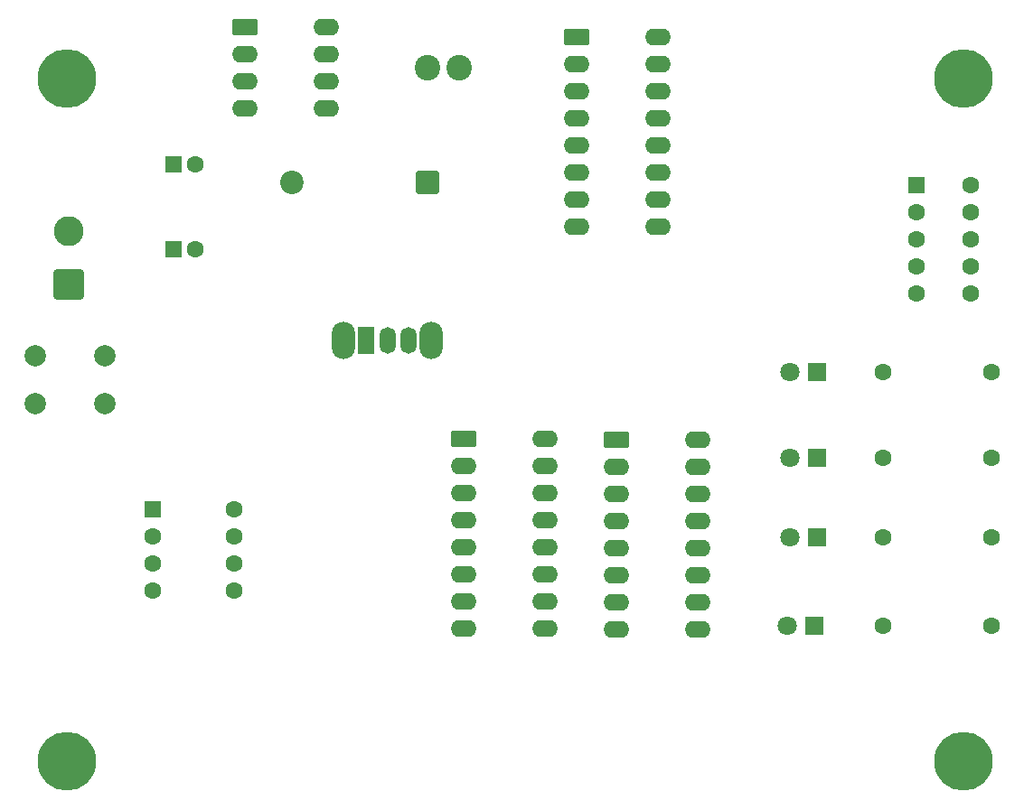
<source format=gbr>
%TF.GenerationSoftware,KiCad,Pcbnew,9.0.3*%
%TF.CreationDate,2025-12-16T09:58:40+01:00*%
%TF.ProjectId,PTP_Josip_Bosnic_Project1,5054505f-4a6f-4736-9970-5f426f736e69,rev?*%
%TF.SameCoordinates,Original*%
%TF.FileFunction,Soldermask,Bot*%
%TF.FilePolarity,Negative*%
%FSLAX46Y46*%
G04 Gerber Fmt 4.6, Leading zero omitted, Abs format (unit mm)*
G04 Created by KiCad (PCBNEW 9.0.3) date 2025-12-16 09:58:40*
%MOMM*%
%LPD*%
G01*
G04 APERTURE LIST*
G04 Aperture macros list*
%AMRoundRect*
0 Rectangle with rounded corners*
0 $1 Rounding radius*
0 $2 $3 $4 $5 $6 $7 $8 $9 X,Y pos of 4 corners*
0 Add a 4 corners polygon primitive as box body*
4,1,4,$2,$3,$4,$5,$6,$7,$8,$9,$2,$3,0*
0 Add four circle primitives for the rounded corners*
1,1,$1+$1,$2,$3*
1,1,$1+$1,$4,$5*
1,1,$1+$1,$6,$7*
1,1,$1+$1,$8,$9*
0 Add four rect primitives between the rounded corners*
20,1,$1+$1,$2,$3,$4,$5,0*
20,1,$1+$1,$4,$5,$6,$7,0*
20,1,$1+$1,$6,$7,$8,$9,0*
20,1,$1+$1,$8,$9,$2,$3,0*%
G04 Aperture macros list end*
%ADD10R,1.800000X1.800000*%
%ADD11C,1.800000*%
%ADD12C,1.600000*%
%ADD13C,5.500000*%
%ADD14O,2.200000X3.500000*%
%ADD15R,1.500000X2.500000*%
%ADD16O,1.500000X2.500000*%
%ADD17C,2.000000*%
%ADD18C,2.400000*%
%ADD19RoundRect,0.250000X-0.950000X-0.550000X0.950000X-0.550000X0.950000X0.550000X-0.950000X0.550000X0*%
%ADD20O,2.400000X1.600000*%
%ADD21RoundRect,0.250000X-0.550000X-0.550000X0.550000X-0.550000X0.550000X0.550000X-0.550000X0.550000X0*%
%ADD22R,1.600000X1.600000*%
%ADD23RoundRect,0.250001X1.149999X-1.149999X1.149999X1.149999X-1.149999X1.149999X-1.149999X-1.149999X0*%
%ADD24C,2.800000*%
%ADD25RoundRect,0.249999X0.850001X0.850001X-0.850001X0.850001X-0.850001X-0.850001X0.850001X-0.850001X0*%
%ADD26C,2.200000*%
G04 APERTURE END LIST*
D10*
%TO.C,D2*%
X178250000Y-96000000D03*
D11*
X175710000Y-96000000D03*
%TD*%
D12*
%TO.C,R1*%
X184420000Y-104250000D03*
X194580000Y-104250000D03*
%TD*%
%TO.C,R3*%
X184420000Y-88500000D03*
X194580000Y-88500000D03*
%TD*%
D10*
%TO.C,D1*%
X178025000Y-104250000D03*
D11*
X175485000Y-104250000D03*
%TD*%
D10*
%TO.C,D5*%
X178250000Y-80500000D03*
D11*
X175710000Y-80500000D03*
%TD*%
D13*
%TO.C,H1*%
X108000000Y-53000000D03*
%TD*%
D12*
%TO.C,R4*%
X184420000Y-80500000D03*
X194580000Y-80500000D03*
%TD*%
D14*
%TO.C,SW2*%
X133900000Y-77500000D03*
X142100000Y-77500000D03*
D15*
X136000000Y-77500000D03*
D16*
X138000000Y-77500000D03*
X140000000Y-77500000D03*
%TD*%
D17*
%TO.C,SW1*%
X105000000Y-79000000D03*
X111500000Y-79000000D03*
X105000000Y-83500000D03*
X111500000Y-83500000D03*
%TD*%
D13*
%TO.C,H3*%
X192000000Y-53000000D03*
%TD*%
D18*
%TO.C,L1*%
X141750000Y-52000000D03*
X144750000Y-52000000D03*
%TD*%
D13*
%TO.C,H4*%
X192000000Y-117000000D03*
%TD*%
D19*
%TO.C,U4*%
X155690000Y-49110000D03*
D20*
X155690000Y-51650000D03*
X155690000Y-54190000D03*
X155690000Y-56730000D03*
X155690000Y-59270000D03*
X155690000Y-61810000D03*
X155690000Y-64350000D03*
X155690000Y-66890000D03*
X163310000Y-66890000D03*
X163310000Y-64350000D03*
X163310000Y-61810000D03*
X163310000Y-59270000D03*
X163310000Y-56730000D03*
X163310000Y-54190000D03*
X163310000Y-51650000D03*
X163310000Y-49110000D03*
%TD*%
D13*
%TO.C,H2*%
X108000000Y-117000000D03*
%TD*%
D21*
%TO.C,U7*%
X116000000Y-93380000D03*
D12*
X116000000Y-95920000D03*
X116000000Y-98460000D03*
X116000000Y-101000000D03*
X123620000Y-101000000D03*
X123620000Y-98460000D03*
X123620000Y-95920000D03*
X123620000Y-93380000D03*
%TD*%
D10*
%TO.C,D3*%
X178250000Y-88500000D03*
D11*
X175710000Y-88500000D03*
%TD*%
D19*
%TO.C,U1*%
X124690000Y-48190000D03*
D20*
X124690000Y-50730000D03*
X124690000Y-53270000D03*
X124690000Y-55810000D03*
X132310000Y-55810000D03*
X132310000Y-53270000D03*
X132310000Y-50730000D03*
X132310000Y-48190000D03*
%TD*%
D21*
%TO.C,C2*%
X118000000Y-69000000D03*
D12*
X120000000Y-69000000D03*
%TD*%
D22*
%TO.C,U5*%
X187532500Y-62982500D03*
D12*
X187532500Y-65522500D03*
X187532500Y-68062500D03*
X187532500Y-70602500D03*
X187532500Y-73142500D03*
X192612500Y-73142500D03*
X192612500Y-70602500D03*
X192612500Y-68062500D03*
X192612500Y-65522500D03*
X192612500Y-62982500D03*
%TD*%
D19*
%TO.C,U3*%
X159440000Y-86860000D03*
D20*
X159440000Y-89400000D03*
X159440000Y-91940000D03*
X159440000Y-94480000D03*
X159440000Y-97020000D03*
X159440000Y-99560000D03*
X159440000Y-102100000D03*
X159440000Y-104640000D03*
X167060000Y-104640000D03*
X167060000Y-102100000D03*
X167060000Y-99560000D03*
X167060000Y-97020000D03*
X167060000Y-94480000D03*
X167060000Y-91940000D03*
X167060000Y-89400000D03*
X167060000Y-86860000D03*
%TD*%
D21*
%TO.C,C1*%
X118000000Y-61000000D03*
D12*
X120000000Y-61000000D03*
%TD*%
D23*
%TO.C,J1*%
X108117500Y-72250000D03*
D24*
X108117500Y-67250000D03*
%TD*%
D25*
%TO.C,D4*%
X141750000Y-62750000D03*
D26*
X129050000Y-62750000D03*
%TD*%
D12*
%TO.C,R2*%
X184420000Y-96000000D03*
X194580000Y-96000000D03*
%TD*%
D19*
%TO.C,U2*%
X145130000Y-86800000D03*
D20*
X145130000Y-89340000D03*
X145130000Y-91880000D03*
X145130000Y-94420000D03*
X145130000Y-96960000D03*
X145130000Y-99500000D03*
X145130000Y-102040000D03*
X145130000Y-104580000D03*
X152750000Y-104580000D03*
X152750000Y-102040000D03*
X152750000Y-99500000D03*
X152750000Y-96960000D03*
X152750000Y-94420000D03*
X152750000Y-91880000D03*
X152750000Y-89340000D03*
X152750000Y-86800000D03*
%TD*%
M02*

</source>
